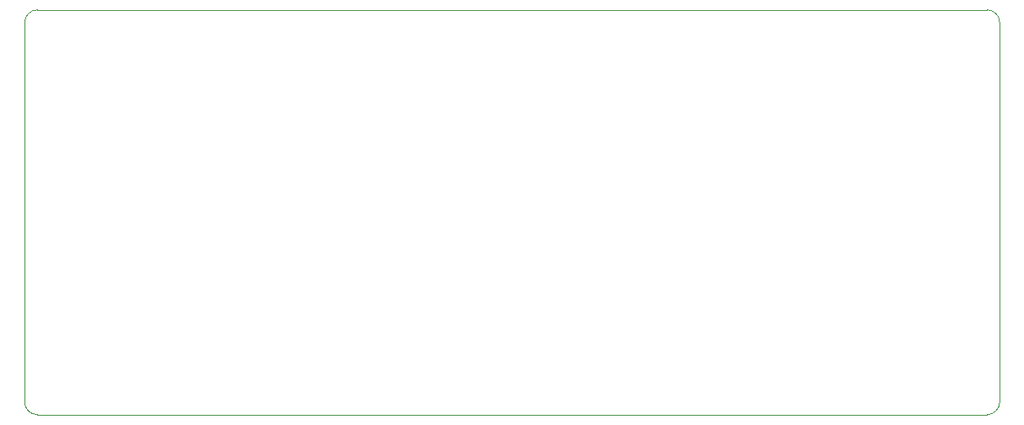
<source format=gbr>
G04 #@! TF.GenerationSoftware,KiCad,Pcbnew,(5.1.5)-3*
G04 #@! TF.CreationDate,2020-04-17T22:42:38-05:00*
G04 #@! TF.ProjectId,Breadboard-Power-Connectors,42726561-6462-46f6-9172-642d506f7765,rev?*
G04 #@! TF.SameCoordinates,Original*
G04 #@! TF.FileFunction,Profile,NP*
%FSLAX46Y46*%
G04 Gerber Fmt 4.6, Leading zero omitted, Abs format (unit mm)*
G04 Created by KiCad (PCBNEW (5.1.5)-3) date 2020-04-17 22:42:38*
%MOMM*%
%LPD*%
G04 APERTURE LIST*
%ADD10C,0.050000*%
G04 APERTURE END LIST*
D10*
X98425000Y-97790000D02*
G75*
G02X97155000Y-96520000I0J1270000D01*
G01*
X97155000Y-58420000D02*
G75*
G02X98425000Y-57150000I1270000J0D01*
G01*
X194945000Y-96520000D02*
G75*
G02X193675000Y-97790000I-1270000J0D01*
G01*
X193675000Y-57150000D02*
G75*
G02X194945000Y-58420000I0J-1270000D01*
G01*
X98425000Y-57150000D02*
X193675000Y-57150000D01*
X97155000Y-96520000D02*
X97155000Y-58420000D01*
X193675000Y-97790000D02*
X98425000Y-97790000D01*
X194945000Y-58420000D02*
X194945000Y-96520000D01*
M02*

</source>
